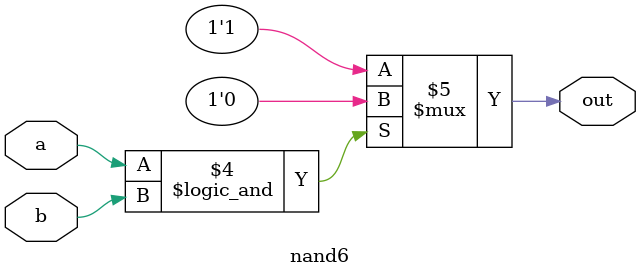
<source format=v>
module nand6 (
  input a,
  input b,
  output reg out
);
    always @(*) begin
        out = (a == 1'b1 && b == 1'b1) ? 1'b0 : 1'b1; // NAND using conditional expression
    end
endmodule
</source>
